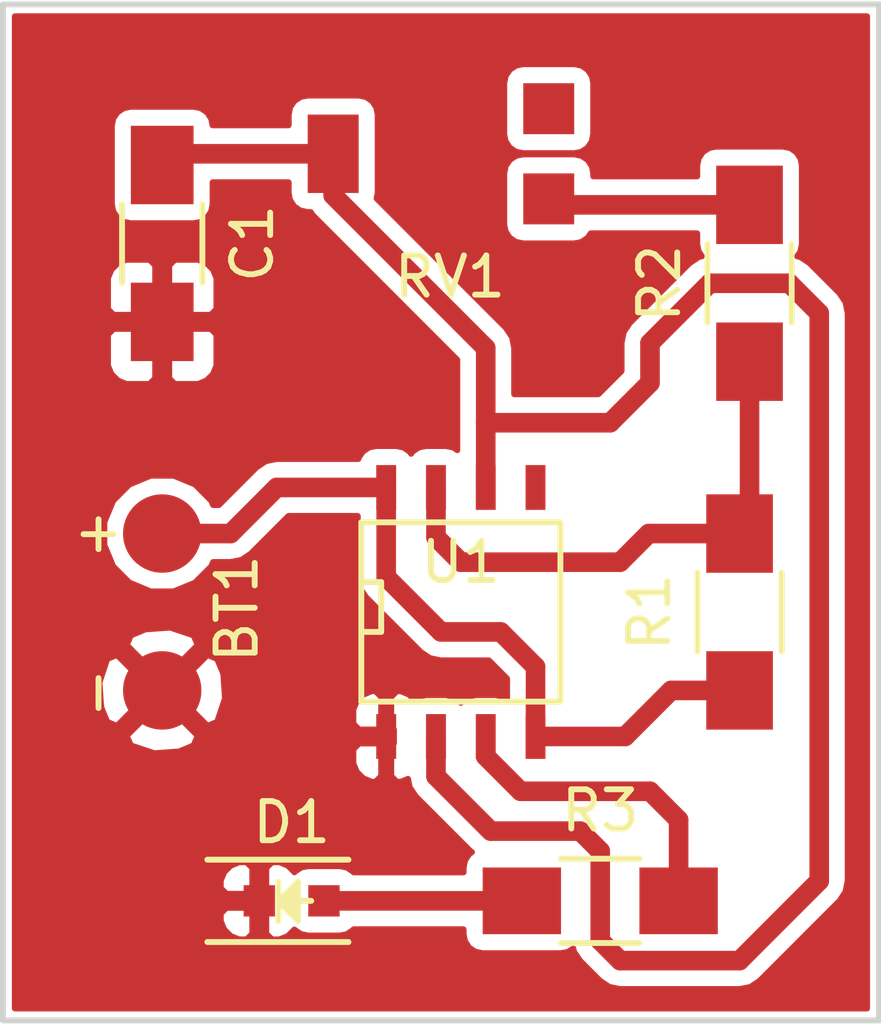
<source format=kicad_pcb>
(kicad_pcb (version 4) (host pcbnew 4.0.5+dfsg1-4)

  (general
    (links 14)
    (no_connects 0)
    (area 151.816999 92.634999 174.319001 118.693001)
    (thickness 1.6)
    (drawings 4)
    (tracks 51)
    (zones 0)
    (modules 8)
    (nets 10)
  )

  (page A4)
  (layers
    (0 F.Cu signal)
    (31 B.Cu signal)
    (32 B.Adhes user)
    (33 F.Adhes user)
    (34 B.Paste user)
    (35 F.Paste user)
    (36 B.SilkS user)
    (37 F.SilkS user)
    (38 B.Mask user)
    (39 F.Mask user)
    (40 Dwgs.User user)
    (41 Cmts.User user)
    (42 Eco1.User user)
    (43 Eco2.User user)
    (44 Edge.Cuts user)
    (45 Margin user)
    (46 B.CrtYd user)
    (47 F.CrtYd user)
    (48 B.Fab user)
    (49 F.Fab user)
  )

  (setup
    (last_trace_width 0.5)
    (trace_clearance 0.4)
    (zone_clearance 0.1524)
    (zone_45_only no)
    (trace_min 0.2)
    (segment_width 0.2)
    (edge_width 0.15)
    (via_size 0.6)
    (via_drill 0.4)
    (via_min_size 0.4)
    (via_min_drill 0.3)
    (uvia_size 0.3)
    (uvia_drill 0.1)
    (uvias_allowed no)
    (uvia_min_size 0.2)
    (uvia_min_drill 0.1)
    (pcb_text_width 0.3)
    (pcb_text_size 1.5 1.5)
    (mod_edge_width 0.15)
    (mod_text_size 1 1)
    (mod_text_width 0.15)
    (pad_size 1.524 1.524)
    (pad_drill 0.762)
    (pad_to_mask_clearance 0.2)
    (aux_axis_origin 0 0)
    (visible_elements FFFFFF7F)
    (pcbplotparams
      (layerselection 0x00030_80000001)
      (usegerberextensions false)
      (excludeedgelayer true)
      (linewidth 0.100000)
      (plotframeref false)
      (viasonmask false)
      (mode 1)
      (useauxorigin false)
      (hpglpennumber 1)
      (hpglpenspeed 20)
      (hpglpendiameter 15)
      (hpglpenoverlay 2)
      (psnegative false)
      (psa4output false)
      (plotreference true)
      (plotvalue true)
      (plotinvisibletext false)
      (padsonsilk false)
      (subtractmaskfromsilk false)
      (outputformat 1)
      (mirror false)
      (drillshape 1)
      (scaleselection 1)
      (outputdirectory ""))
  )

  (net 0 "")
  (net 1 VCC)
  (net 2 GND)
  (net 3 "Net-(C1-Pad1)")
  (net 4 "Net-(D1-Pad2)")
  (net 5 "Net-(R1-Pad2)")
  (net 6 "Net-(R2-Pad2)")
  (net 7 "Net-(R3-Pad2)")
  (net 8 "Net-(U1-Pad5)")
  (net 9 "Net-(RV1-Pad3)")

  (net_class Default "This is the default net class."
    (clearance 0.4)
    (trace_width 0.5)
    (via_dia 0.6)
    (via_drill 0.4)
    (uvia_dia 0.3)
    (uvia_drill 0.1)
    (add_net GND)
    (add_net "Net-(C1-Pad1)")
    (add_net "Net-(D1-Pad2)")
    (add_net "Net-(R1-Pad2)")
    (add_net "Net-(R2-Pad2)")
    (add_net "Net-(R3-Pad2)")
    (add_net "Net-(RV1-Pad3)")
    (add_net "Net-(U1-Pad5)")
    (add_net VCC)
  )

  (module footprints:battery_connect (layer F.Cu) (tedit 594AD10D) (tstamp 594AD6D7)
    (at 155.956 108.204 270)
    (descr BAT)
    (tags BAT)
    (path /594AC5D8/594AD147)
    (fp_text reference BT1 (at -0.08382 -1.905 270) (layer F.SilkS)
      (effects (font (size 1 1) (thickness 0.15)))
    )
    (fp_text value Battery (at 0.1397 2.81686 270) (layer F.Fab)
      (effects (font (size 1 1) (thickness 0.15)))
    )
    (fp_text user - (at 2.06756 1.69926 270) (layer F.SilkS)
      (effects (font (size 1 1) (thickness 0.15)))
    )
    (fp_text user + (at -1.98374 1.69926 270) (layer F.SilkS)
      (effects (font (size 1 1) (thickness 0.15)))
    )
    (pad 1 smd circle (at -2 0 270) (size 2 2) (layers F.Cu F.Paste F.Mask)
      (net 1 VCC))
    (pad 2 smd circle (at 2 0 270) (size 2 2) (layers F.Cu F.Paste F.Mask)
      (net 2 GND))
  )

  (module Capacitors_SMD:C_1206_HandSoldering (layer F.Cu) (tedit 541A9C03) (tstamp 594AD6DD)
    (at 155.956 98.806 270)
    (descr "Capacitor SMD 1206, hand soldering")
    (tags "capacitor 1206")
    (path /594AC5D8/594AC7D4)
    (attr smd)
    (fp_text reference C1 (at 0 -2.3 270) (layer F.SilkS)
      (effects (font (size 1 1) (thickness 0.15)))
    )
    (fp_text value 10µ (at 0 2.3 270) (layer F.Fab)
      (effects (font (size 1 1) (thickness 0.15)))
    )
    (fp_line (start -1.6 0.8) (end -1.6 -0.8) (layer F.Fab) (width 0.15))
    (fp_line (start 1.6 0.8) (end -1.6 0.8) (layer F.Fab) (width 0.15))
    (fp_line (start 1.6 -0.8) (end 1.6 0.8) (layer F.Fab) (width 0.15))
    (fp_line (start -1.6 -0.8) (end 1.6 -0.8) (layer F.Fab) (width 0.15))
    (fp_line (start -3.3 -1.15) (end 3.3 -1.15) (layer F.CrtYd) (width 0.05))
    (fp_line (start -3.3 1.15) (end 3.3 1.15) (layer F.CrtYd) (width 0.05))
    (fp_line (start -3.3 -1.15) (end -3.3 1.15) (layer F.CrtYd) (width 0.05))
    (fp_line (start 3.3 -1.15) (end 3.3 1.15) (layer F.CrtYd) (width 0.05))
    (fp_line (start 1 -1.025) (end -1 -1.025) (layer F.SilkS) (width 0.15))
    (fp_line (start -1 1.025) (end 1 1.025) (layer F.SilkS) (width 0.15))
    (pad 1 smd rect (at -2 0 270) (size 2 1.6) (layers F.Cu F.Paste F.Mask)
      (net 3 "Net-(C1-Pad1)"))
    (pad 2 smd rect (at 2 0 270) (size 2 1.6) (layers F.Cu F.Paste F.Mask)
      (net 2 GND))
    (model Capacitors_SMD.3dshapes/C_1206_HandSoldering.wrl
      (at (xyz 0 0 0))
      (scale (xyz 1 1 1))
      (rotate (xyz 0 0 0))
    )
  )

  (module footprints:LED_1608 (layer F.Cu) (tedit 594ACD45) (tstamp 594AD6FB)
    (at 159.258 115.57)
    (descr "LED 1608 smd package")
    (tags "LED1608 SMD")
    (path /594AC5D8/594ACFEE)
    (attr smd)
    (fp_text reference D1 (at 0 -2) (layer F.SilkS)
      (effects (font (size 1 1) (thickness 0.15)))
    )
    (fp_text value LED (at 0 2) (layer F.Fab)
      (effects (font (size 1 1) (thickness 0.15)))
    )
    (fp_line (start -0.33744 -0.48476) (end -0.33744 0.51524) (layer F.Fab) (width 0.15))
    (fp_line (start -0.33744 0.01524) (end 0.16256 -0.48476) (layer F.Fab) (width 0.15))
    (fp_line (start 0.16256 0.51524) (end -0.33744 0.01524) (layer F.Fab) (width 0.15))
    (fp_line (start 0.16256 -0.48476) (end 0.16256 0.51524) (layer F.Fab) (width 0.15))
    (fp_line (start -1.6 0.8) (end -1.6 -0.8) (layer F.Fab) (width 0.15))
    (fp_line (start 1.6 0.8) (end -1.6 0.8) (layer F.Fab) (width 0.15))
    (fp_line (start 1.6 -0.8) (end 1.6 0.8) (layer F.Fab) (width 0.15))
    (fp_line (start -1.6 -0.8) (end 1.6 -0.8) (layer F.Fab) (width 0.15))
    (fp_line (start -2.15 1.05) (end 1.45 1.05) (layer F.SilkS) (width 0.15))
    (fp_line (start -2.15 -1.05) (end 1.45 -1.05) (layer F.SilkS) (width 0.15))
    (fp_line (start 0.06256 -0.28476) (end 0.06256 0.31524) (layer F.SilkS) (width 0.15))
    (fp_line (start 0.06256 0.31524) (end -0.23744 0.01524) (layer F.SilkS) (width 0.15))
    (fp_line (start -0.23744 0.01524) (end -0.03744 -0.18476) (layer F.SilkS) (width 0.15))
    (fp_line (start -0.03744 -0.18476) (end -0.03744 0.06524) (layer F.SilkS) (width 0.15))
    (fp_line (start -0.03744 0.06524) (end -0.08744 0.01524) (layer F.SilkS) (width 0.15))
    (fp_line (start -0.33744 -0.48476) (end -0.33744 0.51524) (layer F.SilkS) (width 0.15))
    (fp_line (start 0 0) (end 0.5 0) (layer F.SilkS) (width 0.15))
    (fp_line (start -0.33744 0.01524) (end 0.16256 -0.48476) (layer F.SilkS) (width 0.15))
    (fp_line (start 0.16256 -0.48476) (end 0.16256 0.51524) (layer F.SilkS) (width 0.15))
    (fp_line (start 0.16256 0.51524) (end -0.33744 0.01524) (layer F.SilkS) (width 0.15))
    (fp_line (start 2.5 -1.25) (end -2.5 -1.25) (layer F.CrtYd) (width 0.05))
    (fp_line (start -2.5 -1.25) (end -2.5 1.25) (layer F.CrtYd) (width 0.05))
    (fp_line (start -2.5 1.25) (end 2.5 1.25) (layer F.CrtYd) (width 0.05))
    (fp_line (start 2.5 1.25) (end 2.5 -1.25) (layer F.CrtYd) (width 0.05))
    (pad 2 smd rect (at 0.825 0 180) (size 0.8 0.8) (layers F.Cu F.Paste F.Mask)
      (net 4 "Net-(D1-Pad2)"))
    (pad 1 smd rect (at -0.825 0 180) (size 0.8 0.8) (layers F.Cu F.Paste F.Mask)
      (net 2 GND))
    (model LEDs.3dshapes/LED_1206.wrl
      (at (xyz 0 0 0))
      (scale (xyz 1 1 1))
      (rotate (xyz 0 0 180))
    )
  )

  (module Resistors_SMD:R_1206_HandSoldering (layer F.Cu) (tedit 58307C0D) (tstamp 594AD701)
    (at 170.688 108.204 90)
    (descr "Resistor SMD 1206, hand soldering")
    (tags "resistor 1206")
    (path /594AC5D8/594ACBD7)
    (attr smd)
    (fp_text reference R1 (at 0 -2.3 90) (layer F.SilkS)
      (effects (font (size 1 1) (thickness 0.15)))
    )
    (fp_text value 1k (at 0 2.3 90) (layer F.Fab)
      (effects (font (size 1 1) (thickness 0.15)))
    )
    (fp_line (start -1.6 0.8) (end -1.6 -0.8) (layer F.Fab) (width 0.1))
    (fp_line (start 1.6 0.8) (end -1.6 0.8) (layer F.Fab) (width 0.1))
    (fp_line (start 1.6 -0.8) (end 1.6 0.8) (layer F.Fab) (width 0.1))
    (fp_line (start -1.6 -0.8) (end 1.6 -0.8) (layer F.Fab) (width 0.1))
    (fp_line (start -3.3 -1.2) (end 3.3 -1.2) (layer F.CrtYd) (width 0.05))
    (fp_line (start -3.3 1.2) (end 3.3 1.2) (layer F.CrtYd) (width 0.05))
    (fp_line (start -3.3 -1.2) (end -3.3 1.2) (layer F.CrtYd) (width 0.05))
    (fp_line (start 3.3 -1.2) (end 3.3 1.2) (layer F.CrtYd) (width 0.05))
    (fp_line (start 1 1.075) (end -1 1.075) (layer F.SilkS) (width 0.15))
    (fp_line (start -1 -1.075) (end 1 -1.075) (layer F.SilkS) (width 0.15))
    (pad 1 smd rect (at -2 0 90) (size 2 1.7) (layers F.Cu F.Paste F.Mask)
      (net 1 VCC))
    (pad 2 smd rect (at 2 0 90) (size 2 1.7) (layers F.Cu F.Paste F.Mask)
      (net 5 "Net-(R1-Pad2)"))
    (model Resistors_SMD.3dshapes/R_1206_HandSoldering.wrl
      (at (xyz 0 0 0))
      (scale (xyz 1 1 1))
      (rotate (xyz 0 0 0))
    )
  )

  (module Resistors_SMD:R_1206_HandSoldering (layer F.Cu) (tedit 58307C0D) (tstamp 594AD707)
    (at 170.942 99.822 90)
    (descr "Resistor SMD 1206, hand soldering")
    (tags "resistor 1206")
    (path /594AC5D8/594AC5F7)
    (attr smd)
    (fp_text reference R2 (at 0 -2.3 90) (layer F.SilkS)
      (effects (font (size 1 1) (thickness 0.15)))
    )
    (fp_text value 10k (at 0 2.3 90) (layer F.Fab)
      (effects (font (size 1 1) (thickness 0.15)))
    )
    (fp_line (start -1.6 0.8) (end -1.6 -0.8) (layer F.Fab) (width 0.1))
    (fp_line (start 1.6 0.8) (end -1.6 0.8) (layer F.Fab) (width 0.1))
    (fp_line (start 1.6 -0.8) (end 1.6 0.8) (layer F.Fab) (width 0.1))
    (fp_line (start -1.6 -0.8) (end 1.6 -0.8) (layer F.Fab) (width 0.1))
    (fp_line (start -3.3 -1.2) (end 3.3 -1.2) (layer F.CrtYd) (width 0.05))
    (fp_line (start -3.3 1.2) (end 3.3 1.2) (layer F.CrtYd) (width 0.05))
    (fp_line (start -3.3 -1.2) (end -3.3 1.2) (layer F.CrtYd) (width 0.05))
    (fp_line (start 3.3 -1.2) (end 3.3 1.2) (layer F.CrtYd) (width 0.05))
    (fp_line (start 1 1.075) (end -1 1.075) (layer F.SilkS) (width 0.15))
    (fp_line (start -1 -1.075) (end 1 -1.075) (layer F.SilkS) (width 0.15))
    (pad 1 smd rect (at -2 0 90) (size 2 1.7) (layers F.Cu F.Paste F.Mask)
      (net 5 "Net-(R1-Pad2)"))
    (pad 2 smd rect (at 2 0 90) (size 2 1.7) (layers F.Cu F.Paste F.Mask)
      (net 6 "Net-(R2-Pad2)"))
    (model Resistors_SMD.3dshapes/R_1206_HandSoldering.wrl
      (at (xyz 0 0 0))
      (scale (xyz 1 1 1))
      (rotate (xyz 0 0 0))
    )
  )

  (module Resistors_SMD:R_1206_HandSoldering (layer F.Cu) (tedit 58307C0D) (tstamp 594AD70D)
    (at 167.132 115.57)
    (descr "Resistor SMD 1206, hand soldering")
    (tags "resistor 1206")
    (path /594AC5D8/594ACF79)
    (attr smd)
    (fp_text reference R3 (at 0 -2.3) (layer F.SilkS)
      (effects (font (size 1 1) (thickness 0.15)))
    )
    (fp_text value 200 (at 0 2.3) (layer F.Fab)
      (effects (font (size 1 1) (thickness 0.15)))
    )
    (fp_line (start -1.6 0.8) (end -1.6 -0.8) (layer F.Fab) (width 0.1))
    (fp_line (start 1.6 0.8) (end -1.6 0.8) (layer F.Fab) (width 0.1))
    (fp_line (start 1.6 -0.8) (end 1.6 0.8) (layer F.Fab) (width 0.1))
    (fp_line (start -1.6 -0.8) (end 1.6 -0.8) (layer F.Fab) (width 0.1))
    (fp_line (start -3.3 -1.2) (end 3.3 -1.2) (layer F.CrtYd) (width 0.05))
    (fp_line (start -3.3 1.2) (end 3.3 1.2) (layer F.CrtYd) (width 0.05))
    (fp_line (start -3.3 -1.2) (end -3.3 1.2) (layer F.CrtYd) (width 0.05))
    (fp_line (start 3.3 -1.2) (end 3.3 1.2) (layer F.CrtYd) (width 0.05))
    (fp_line (start 1 1.075) (end -1 1.075) (layer F.SilkS) (width 0.15))
    (fp_line (start -1 -1.075) (end 1 -1.075) (layer F.SilkS) (width 0.15))
    (pad 1 smd rect (at -2 0) (size 2 1.7) (layers F.Cu F.Paste F.Mask)
      (net 4 "Net-(D1-Pad2)"))
    (pad 2 smd rect (at 2 0) (size 2 1.7) (layers F.Cu F.Paste F.Mask)
      (net 7 "Net-(R3-Pad2)"))
    (model Resistors_SMD.3dshapes/R_1206_HandSoldering.wrl
      (at (xyz 0 0 0))
      (scale (xyz 1 1 1))
      (rotate (xyz 0 0 0))
    )
  )

  (module footprints:Bourne-3314G-1 (layer F.Cu) (tedit 594AD5F2) (tstamp 594AD714)
    (at 163.068 96.52 270)
    (descr "Bourne 3314G-1 potentiometer")
    (tags 3314G-1)
    (path /594AC5D8/594AC6D5)
    (fp_text reference RV1 (at 3.1369 -0.2286 360) (layer F.SilkS)
      (effects (font (size 1 1) (thickness 0.15)))
    )
    (fp_text value 250k (at -3.0734 -0.1905 360) (layer F.Fab)
      (effects (font (size 1 1) (thickness 0.15)))
    )
    (pad 1 smd rect (at 1.15 -2.75 270) (size 1.3 1.3) (layers F.Cu F.Paste F.Mask)
      (net 6 "Net-(R2-Pad2)"))
    (pad 2 smd rect (at 0 2.75 270) (size 2 1.3) (layers F.Cu F.Paste F.Mask)
      (net 3 "Net-(C1-Pad1)"))
    (pad 3 smd rect (at -1.15 -2.75 270) (size 1.3 1.3) (layers F.Cu F.Paste F.Mask)
      (net 9 "Net-(RV1-Pad3)"))
  )

  (module SMD_Packages:SOIC-8-N (layer F.Cu) (tedit 0) (tstamp 594AD720)
    (at 163.576 108.204)
    (descr "Module Narrow CMS SOJ 8 pins large")
    (tags "CMS SOJ")
    (path /594AC5D8/594AC984)
    (attr smd)
    (fp_text reference U1 (at 0 -1.27) (layer F.SilkS)
      (effects (font (size 1 1) (thickness 0.15)))
    )
    (fp_text value NE555D (at 0 1.27) (layer F.Fab)
      (effects (font (size 1 1) (thickness 0.15)))
    )
    (fp_line (start -2.54 -2.286) (end 2.54 -2.286) (layer F.SilkS) (width 0.15))
    (fp_line (start 2.54 -2.286) (end 2.54 2.286) (layer F.SilkS) (width 0.15))
    (fp_line (start 2.54 2.286) (end -2.54 2.286) (layer F.SilkS) (width 0.15))
    (fp_line (start -2.54 2.286) (end -2.54 -2.286) (layer F.SilkS) (width 0.15))
    (fp_line (start -2.54 -0.762) (end -2.032 -0.762) (layer F.SilkS) (width 0.15))
    (fp_line (start -2.032 -0.762) (end -2.032 0.508) (layer F.SilkS) (width 0.15))
    (fp_line (start -2.032 0.508) (end -2.54 0.508) (layer F.SilkS) (width 0.15))
    (pad 8 smd rect (at -1.905 -3.175) (size 0.508 1.143) (layers F.Cu F.Paste F.Mask)
      (net 1 VCC))
    (pad 7 smd rect (at -0.635 -3.175) (size 0.508 1.143) (layers F.Cu F.Paste F.Mask)
      (net 5 "Net-(R1-Pad2)"))
    (pad 6 smd rect (at 0.635 -3.175) (size 0.508 1.143) (layers F.Cu F.Paste F.Mask)
      (net 3 "Net-(C1-Pad1)"))
    (pad 5 smd rect (at 1.905 -3.175) (size 0.508 1.143) (layers F.Cu F.Paste F.Mask)
      (net 8 "Net-(U1-Pad5)"))
    (pad 4 smd rect (at 1.905 3.175) (size 0.508 1.143) (layers F.Cu F.Paste F.Mask)
      (net 1 VCC))
    (pad 3 smd rect (at 0.635 3.175) (size 0.508 1.143) (layers F.Cu F.Paste F.Mask)
      (net 7 "Net-(R3-Pad2)"))
    (pad 2 smd rect (at -0.635 3.175) (size 0.508 1.143) (layers F.Cu F.Paste F.Mask)
      (net 3 "Net-(C1-Pad1)"))
    (pad 1 smd rect (at -1.905 3.175) (size 0.508 1.143) (layers F.Cu F.Paste F.Mask)
      (net 2 GND))
    (model SMD_Packages.3dshapes/SOIC-8-N.wrl
      (at (xyz 0 0 0))
      (scale (xyz 0.5 0.38 0.5))
      (rotate (xyz 0 0 0))
    )
  )

  (gr_line (start 174.244 118.618) (end 151.892 118.618) (angle 90) (layer Edge.Cuts) (width 0.15))
  (gr_line (start 151.892 118.618) (end 151.892 92.71) (angle 90) (layer Edge.Cuts) (width 0.15))
  (gr_line (start 174.244 92.71) (end 174.244 118.618) (angle 90) (layer Edge.Cuts) (width 0.15))
  (gr_line (start 151.892 92.71) (end 174.244 92.71) (angle 90) (layer Edge.Cuts) (width 0.15))

  (segment (start 170.688 110.204) (end 168.942 110.204) (width 0.5) (layer F.Cu) (net 1))
  (segment (start 167.767 111.379) (end 165.481 111.379) (width 0.5) (layer F.Cu) (net 1) (tstamp 594ADB0F))
  (segment (start 168.942 110.204) (end 167.767 111.379) (width 0.5) (layer F.Cu) (net 1) (tstamp 594ADB0D))
  (segment (start 161.671 105.029) (end 161.671 107.315) (width 0.5) (layer F.Cu) (net 1))
  (segment (start 161.671 107.315) (end 163.068 108.712) (width 0.5) (layer F.Cu) (net 1) (tstamp 594ADA21))
  (segment (start 163.068 108.712) (end 164.592 108.712) (width 0.5) (layer F.Cu) (net 1) (tstamp 594ADA22))
  (segment (start 164.592 108.712) (end 165.481 109.601) (width 0.5) (layer F.Cu) (net 1) (tstamp 594ADA23))
  (segment (start 165.481 109.601) (end 165.481 111.379) (width 0.5) (layer F.Cu) (net 1) (tstamp 594ADA24))
  (segment (start 170.688 110.204) (end 170.212 110.204) (width 0.5) (layer F.Cu) (net 1))
  (segment (start 155.956 106.204) (end 157.702 106.204) (width 0.5) (layer F.Cu) (net 1))
  (segment (start 158.877 105.029) (end 161.671 105.029) (width 0.5) (layer F.Cu) (net 1) (tstamp 594AD9FD))
  (segment (start 157.702 106.204) (end 158.877 105.029) (width 0.5) (layer F.Cu) (net 1) (tstamp 594AD9FC))
  (segment (start 162.941 111.379) (end 162.941 112.395) (width 0.5) (layer F.Cu) (net 3))
  (segment (start 167.386 103.378) (end 164.211 103.378) (width 0.5) (layer F.Cu) (net 3) (tstamp 594AE7CA))
  (segment (start 168.402 102.362) (end 167.386 103.378) (width 0.5) (layer F.Cu) (net 3) (tstamp 594AE7C9))
  (segment (start 168.402 101.346) (end 168.402 102.362) (width 0.5) (layer F.Cu) (net 3) (tstamp 594AE7C7))
  (segment (start 169.926 99.822) (end 168.402 101.346) (width 0.5) (layer F.Cu) (net 3) (tstamp 594AE7C2))
  (segment (start 171.958 99.822) (end 169.926 99.822) (width 0.5) (layer F.Cu) (net 3) (tstamp 594AE7BD))
  (segment (start 172.72 100.584) (end 171.958 99.822) (width 0.5) (layer F.Cu) (net 3) (tstamp 594AE7B5))
  (segment (start 172.72 115.062) (end 172.72 100.584) (width 0.5) (layer F.Cu) (net 3) (tstamp 594AE7A9))
  (segment (start 170.688 117.094) (end 172.72 115.062) (width 0.5) (layer F.Cu) (net 3) (tstamp 594AE7A1))
  (segment (start 167.64 117.094) (end 170.688 117.094) (width 0.5) (layer F.Cu) (net 3) (tstamp 594AE79B))
  (segment (start 167.132 116.586) (end 167.64 117.094) (width 0.5) (layer F.Cu) (net 3) (tstamp 594AE799))
  (segment (start 167.132 114.3) (end 167.132 116.586) (width 0.5) (layer F.Cu) (net 3) (tstamp 594AE795))
  (segment (start 166.624 113.792) (end 167.132 114.3) (width 0.5) (layer F.Cu) (net 3) (tstamp 594AE792))
  (segment (start 164.338 113.792) (end 166.624 113.792) (width 0.5) (layer F.Cu) (net 3) (tstamp 594AE78F))
  (segment (start 162.941 112.395) (end 164.338 113.792) (width 0.5) (layer F.Cu) (net 3) (tstamp 594AE78D))
  (segment (start 164.211 103.378) (end 164.338 103.378) (width 0.5) (layer F.Cu) (net 3) (tstamp 594AE7CC))
  (segment (start 164.338 103.378) (end 164.211 103.378) (width 0.5) (layer F.Cu) (net 3) (tstamp 594AE7CE))
  (segment (start 160.318 96.52) (end 160.318 97.58) (width 0.5) (layer F.Cu) (net 3))
  (segment (start 164.211 101.473) (end 164.211 103.378) (width 0.5) (layer F.Cu) (net 3) (tstamp 594ADA07))
  (segment (start 164.211 103.378) (end 164.211 105.029) (width 0.5) (layer F.Cu) (net 3) (tstamp 594AE7CF))
  (segment (start 160.318 97.58) (end 163.83 101.092) (width 0.5) (layer F.Cu) (net 3) (tstamp 594ADA06))
  (segment (start 163.83 101.092) (end 164.211 101.473) (width 0.5) (layer F.Cu) (net 3) (tstamp 594AE33F))
  (segment (start 160.318 96.52) (end 156.242 96.52) (width 0.5) (layer F.Cu) (net 3))
  (segment (start 156.242 96.52) (end 155.956 96.806) (width 0.5) (layer F.Cu) (net 3) (tstamp 594AD9F8))
  (segment (start 165.132 115.57) (end 160.083 115.57) (width 0.5) (layer F.Cu) (net 4))
  (segment (start 162.941 105.029) (end 162.941 106.299) (width 0.5) (layer F.Cu) (net 5))
  (segment (start 168.37 106.204) (end 170.688 106.204) (width 0.5) (layer F.Cu) (net 5) (tstamp 594ADA1E))
  (segment (start 167.64 106.934) (end 168.37 106.204) (width 0.5) (layer F.Cu) (net 5) (tstamp 594ADA1D))
  (segment (start 163.576 106.934) (end 167.64 106.934) (width 0.5) (layer F.Cu) (net 5) (tstamp 594ADA1C))
  (segment (start 162.941 106.299) (end 163.576 106.934) (width 0.5) (layer F.Cu) (net 5) (tstamp 594ADA1B))
  (segment (start 170.942 101.822) (end 170.942 105.95) (width 0.5) (layer F.Cu) (net 5))
  (segment (start 170.942 105.95) (end 170.688 106.204) (width 0.5) (layer F.Cu) (net 5) (tstamp 594ADA0B))
  (segment (start 170.942 97.822) (end 165.97 97.822) (width 0.5) (layer F.Cu) (net 6))
  (segment (start 165.97 97.822) (end 165.818 97.67) (width 0.5) (layer F.Cu) (net 6) (tstamp 594AD9F5))
  (segment (start 164.211 111.379) (end 164.211 111.887) (width 0.5) (layer F.Cu) (net 7))
  (segment (start 164.211 111.887) (end 165.1 112.776) (width 0.5) (layer F.Cu) (net 7) (tstamp 594AE587))
  (segment (start 165.1 112.776) (end 168.402 112.776) (width 0.5) (layer F.Cu) (net 7) (tstamp 594AE58C))
  (segment (start 168.402 112.776) (end 169.132 113.506) (width 0.5) (layer F.Cu) (net 7) (tstamp 594AE58F))
  (segment (start 169.132 113.506) (end 169.132 115.57) (width 0.5) (layer F.Cu) (net 7) (tstamp 594AE591))

  (zone (net 2) (net_name GND) (layer F.Cu) (tstamp 594ADB9F) (hatch edge 0.508)
    (connect_pads (clearance 0.1524))
    (min_thickness 0.1524)
    (fill yes (arc_segments 16) (thermal_gap 0.508) (thermal_bridge_width 0.508))
    (polygon
      (pts
        (xy 151.892 92.71) (xy 174.244 92.71) (xy 174.244 118.618) (xy 151.892 118.618)
      )
    )
    (filled_polygon
      (pts
        (xy 173.9404 118.3144) (xy 152.1956 118.3144) (xy 152.1956 115.89385) (xy 157.4488 115.89385) (xy 157.4488 116.086204)
        (xy 157.537739 116.300922) (xy 157.702077 116.465261) (xy 157.916795 116.5542) (xy 158.10915 116.5542) (xy 158.2552 116.40815)
        (xy 158.2552 115.7478) (xy 157.59485 115.7478) (xy 157.4488 115.89385) (xy 152.1956 115.89385) (xy 152.1956 115.053796)
        (xy 157.4488 115.053796) (xy 157.4488 115.24615) (xy 157.59485 115.3922) (xy 158.2552 115.3922) (xy 158.2552 114.73185)
        (xy 158.10915 114.5858) (xy 157.916795 114.5858) (xy 157.702077 114.674739) (xy 157.537739 114.839078) (xy 157.4488 115.053796)
        (xy 152.1956 115.053796) (xy 152.1956 111.36096) (xy 155.050488 111.36096) (xy 155.156201 111.607321) (xy 155.754109 111.806569)
        (xy 156.382753 111.761841) (xy 156.52517 111.70285) (xy 160.8328 111.70285) (xy 160.8328 112.066704) (xy 160.921739 112.281422)
        (xy 161.086077 112.445761) (xy 161.300795 112.5347) (xy 161.39795 112.5347) (xy 161.544 112.38865) (xy 161.544 111.5568)
        (xy 160.97885 111.5568) (xy 160.8328 111.70285) (xy 156.52517 111.70285) (xy 156.755799 111.607321) (xy 156.861512 111.36096)
        (xy 155.956 110.455447) (xy 155.050488 111.36096) (xy 152.1956 111.36096) (xy 152.1956 110.002109) (xy 154.353431 110.002109)
        (xy 154.398159 110.630753) (xy 154.552679 111.003799) (xy 154.79904 111.109512) (xy 155.704553 110.204) (xy 156.207447 110.204)
        (xy 157.11296 111.109512) (xy 157.359321 111.003799) (xy 157.46346 110.691296) (xy 160.8328 110.691296) (xy 160.8328 111.05515)
        (xy 160.97885 111.2012) (xy 161.544 111.2012) (xy 161.544 110.36935) (xy 161.39795 110.2233) (xy 161.300795 110.2233)
        (xy 161.086077 110.312239) (xy 160.921739 110.476578) (xy 160.8328 110.691296) (xy 157.46346 110.691296) (xy 157.558569 110.405891)
        (xy 157.513841 109.777247) (xy 157.359321 109.404201) (xy 157.11296 109.298488) (xy 156.207447 110.204) (xy 155.704553 110.204)
        (xy 154.79904 109.298488) (xy 154.552679 109.404201) (xy 154.353431 110.002109) (xy 152.1956 110.002109) (xy 152.1956 109.04704)
        (xy 155.050488 109.04704) (xy 155.956 109.952553) (xy 156.861512 109.04704) (xy 156.755799 108.800679) (xy 156.157891 108.601431)
        (xy 155.529247 108.646159) (xy 155.156201 108.800679) (xy 155.050488 109.04704) (xy 152.1956 109.04704) (xy 152.1956 106.496346)
        (xy 154.479545 106.496346) (xy 154.703809 107.039107) (xy 155.118708 107.454731) (xy 155.661078 107.679943) (xy 156.248346 107.680455)
        (xy 156.791107 107.456191) (xy 157.206731 107.041292) (xy 157.25286 106.9302) (xy 157.702 106.9302) (xy 157.979905 106.874921)
        (xy 158.215501 106.717501) (xy 159.177802 105.7552) (xy 160.9448 105.7552) (xy 160.9448 107.315) (xy 161.000079 107.592905)
        (xy 161.045044 107.6602) (xy 161.157499 107.828501) (xy 162.554499 109.225501) (xy 162.790095 109.382921) (xy 163.068 109.4382)
        (xy 164.291198 109.4382) (xy 164.7548 109.901802) (xy 164.7548 110.429167) (xy 164.653898 110.360224) (xy 164.465 110.321971)
        (xy 163.957 110.321971) (xy 163.780531 110.355176) (xy 163.618455 110.459469) (xy 163.576468 110.520918) (xy 163.543031 110.468955)
        (xy 163.383898 110.360224) (xy 163.195 110.321971) (xy 162.687 110.321971) (xy 162.510531 110.355176) (xy 162.381736 110.438053)
        (xy 162.255923 110.312239) (xy 162.041205 110.2233) (xy 161.94405 110.2233) (xy 161.798 110.36935) (xy 161.798 111.2012)
        (xy 161.8688 111.2012) (xy 161.8688 111.5568) (xy 161.798 111.5568) (xy 161.798 112.38865) (xy 161.94405 112.5347)
        (xy 162.041205 112.5347) (xy 162.227259 112.457634) (xy 162.270079 112.672905) (xy 162.338965 112.776) (xy 162.427499 112.908501)
        (xy 163.824499 114.305501) (xy 163.859944 114.329185) (xy 163.793455 114.371969) (xy 163.684724 114.531102) (xy 163.646471 114.72)
        (xy 163.646471 114.8438) (xy 160.838975 114.8438) (xy 160.831031 114.831455) (xy 160.671898 114.722724) (xy 160.483 114.684471)
        (xy 159.683 114.684471) (xy 159.506531 114.717676) (xy 159.344455 114.821969) (xy 159.329961 114.843182) (xy 159.328261 114.839078)
        (xy 159.163923 114.674739) (xy 158.949205 114.5858) (xy 158.75685 114.5858) (xy 158.6108 114.73185) (xy 158.6108 115.3922)
        (xy 158.6308 115.3922) (xy 158.6308 115.7478) (xy 158.6108 115.7478) (xy 158.6108 116.40815) (xy 158.75685 116.5542)
        (xy 158.949205 116.5542) (xy 159.163923 116.465261) (xy 159.328261 116.300922) (xy 159.328967 116.299218) (xy 159.334969 116.308545)
        (xy 159.494102 116.417276) (xy 159.683 116.455529) (xy 160.483 116.455529) (xy 160.659469 116.422324) (xy 160.821545 116.318031)
        (xy 160.836461 116.2962) (xy 163.646471 116.2962) (xy 163.646471 116.42) (xy 163.679676 116.596469) (xy 163.783969 116.758545)
        (xy 163.943102 116.867276) (xy 164.132 116.905529) (xy 166.132 116.905529) (xy 166.308469 116.872324) (xy 166.445247 116.78431)
        (xy 166.461079 116.863905) (xy 166.614823 117.094) (xy 166.618499 117.099501) (xy 167.126499 117.607501) (xy 167.362095 117.764921)
        (xy 167.64 117.8202) (xy 170.688 117.8202) (xy 170.965905 117.764921) (xy 171.201501 117.607501) (xy 173.233501 115.575501)
        (xy 173.237177 115.57) (xy 173.390921 115.339905) (xy 173.4462 115.062) (xy 173.4462 100.584) (xy 173.390921 100.306095)
        (xy 173.233501 100.070499) (xy 172.471501 99.308499) (xy 172.420354 99.274324) (xy 172.235905 99.151079) (xy 172.154551 99.134897)
        (xy 172.239276 99.010898) (xy 172.277529 98.822) (xy 172.277529 96.822) (xy 172.244324 96.645531) (xy 172.140031 96.483455)
        (xy 171.980898 96.374724) (xy 171.792 96.336471) (xy 170.092 96.336471) (xy 169.915531 96.369676) (xy 169.753455 96.473969)
        (xy 169.644724 96.633102) (xy 169.606471 96.822) (xy 169.606471 97.0958) (xy 166.953529 97.0958) (xy 166.953529 97.02)
        (xy 166.920324 96.843531) (xy 166.816031 96.681455) (xy 166.656898 96.572724) (xy 166.468 96.534471) (xy 165.168 96.534471)
        (xy 164.991531 96.567676) (xy 164.829455 96.671969) (xy 164.720724 96.831102) (xy 164.682471 97.02) (xy 164.682471 98.32)
        (xy 164.715676 98.496469) (xy 164.819969 98.658545) (xy 164.979102 98.767276) (xy 165.168 98.805529) (xy 166.468 98.805529)
        (xy 166.644469 98.772324) (xy 166.806545 98.668031) (xy 166.888422 98.5482) (xy 169.606471 98.5482) (xy 169.606471 98.822)
        (xy 169.639676 98.998469) (xy 169.72769 99.135247) (xy 169.648095 99.151079) (xy 169.412499 99.308499) (xy 167.888499 100.832499)
        (xy 167.731079 101.068095) (xy 167.6758 101.346) (xy 167.6758 102.061198) (xy 167.085198 102.6518) (xy 164.9372 102.6518)
        (xy 164.9372 101.473) (xy 164.881921 101.195095) (xy 164.724501 100.959499) (xy 161.425148 97.660146) (xy 161.453529 97.52)
        (xy 161.453529 95.52) (xy 161.420324 95.343531) (xy 161.316031 95.181455) (xy 161.156898 95.072724) (xy 160.968 95.034471)
        (xy 159.668 95.034471) (xy 159.491531 95.067676) (xy 159.329455 95.171969) (xy 159.220724 95.331102) (xy 159.182471 95.52)
        (xy 159.182471 95.7938) (xy 157.239233 95.7938) (xy 157.208324 95.629531) (xy 157.104031 95.467455) (xy 156.944898 95.358724)
        (xy 156.756 95.320471) (xy 155.156 95.320471) (xy 154.979531 95.353676) (xy 154.817455 95.457969) (xy 154.708724 95.617102)
        (xy 154.670471 95.806) (xy 154.670471 97.806) (xy 154.703676 97.982469) (xy 154.807969 98.144545) (xy 154.967102 98.253276)
        (xy 155.156 98.291529) (xy 156.756 98.291529) (xy 156.932469 98.258324) (xy 157.094545 98.154031) (xy 157.203276 97.994898)
        (xy 157.241529 97.806) (xy 157.241529 97.2462) (xy 159.182471 97.2462) (xy 159.182471 97.52) (xy 159.215676 97.696469)
        (xy 159.319969 97.858545) (xy 159.479102 97.967276) (xy 159.668 98.005529) (xy 159.745718 98.005529) (xy 159.804499 98.093501)
        (xy 163.4848 101.773802) (xy 163.4848 104.079167) (xy 163.383898 104.010224) (xy 163.195 103.971971) (xy 162.687 103.971971)
        (xy 162.510531 104.005176) (xy 162.348455 104.109469) (xy 162.306468 104.170918) (xy 162.273031 104.118955) (xy 162.113898 104.010224)
        (xy 161.925 103.971971) (xy 161.417 103.971971) (xy 161.240531 104.005176) (xy 161.078455 104.109469) (xy 160.969724 104.268602)
        (xy 160.962799 104.3028) (xy 158.877 104.3028) (xy 158.599095 104.358079) (xy 158.450301 104.4575) (xy 158.363499 104.515499)
        (xy 157.401198 105.4778) (xy 157.25319 105.4778) (xy 157.208191 105.368893) (xy 156.793292 104.953269) (xy 156.250922 104.728057)
        (xy 155.663654 104.727545) (xy 155.120893 104.951809) (xy 154.705269 105.366708) (xy 154.480057 105.909078) (xy 154.479545 106.496346)
        (xy 152.1956 106.496346) (xy 152.1956 101.12985) (xy 154.5718 101.12985) (xy 154.5718 101.922205) (xy 154.660739 102.136923)
        (xy 154.825078 102.301261) (xy 155.039796 102.3902) (xy 155.63215 102.3902) (xy 155.7782 102.24415) (xy 155.7782 100.9838)
        (xy 156.1338 100.9838) (xy 156.1338 102.24415) (xy 156.27985 102.3902) (xy 156.872204 102.3902) (xy 157.086922 102.301261)
        (xy 157.251261 102.136923) (xy 157.3402 101.922205) (xy 157.3402 101.12985) (xy 157.19415 100.9838) (xy 156.1338 100.9838)
        (xy 155.7782 100.9838) (xy 154.71785 100.9838) (xy 154.5718 101.12985) (xy 152.1956 101.12985) (xy 152.1956 99.689795)
        (xy 154.5718 99.689795) (xy 154.5718 100.48215) (xy 154.71785 100.6282) (xy 155.7782 100.6282) (xy 155.7782 99.36785)
        (xy 156.1338 99.36785) (xy 156.1338 100.6282) (xy 157.19415 100.6282) (xy 157.3402 100.48215) (xy 157.3402 99.689795)
        (xy 157.251261 99.475077) (xy 157.086922 99.310739) (xy 156.872204 99.2218) (xy 156.27985 99.2218) (xy 156.1338 99.36785)
        (xy 155.7782 99.36785) (xy 155.63215 99.2218) (xy 155.039796 99.2218) (xy 154.825078 99.310739) (xy 154.660739 99.475077)
        (xy 154.5718 99.689795) (xy 152.1956 99.689795) (xy 152.1956 94.72) (xy 164.682471 94.72) (xy 164.682471 96.02)
        (xy 164.715676 96.196469) (xy 164.819969 96.358545) (xy 164.979102 96.467276) (xy 165.168 96.505529) (xy 166.468 96.505529)
        (xy 166.644469 96.472324) (xy 166.806545 96.368031) (xy 166.915276 96.208898) (xy 166.953529 96.02) (xy 166.953529 94.72)
        (xy 166.920324 94.543531) (xy 166.816031 94.381455) (xy 166.656898 94.272724) (xy 166.468 94.234471) (xy 165.168 94.234471)
        (xy 164.991531 94.267676) (xy 164.829455 94.371969) (xy 164.720724 94.531102) (xy 164.682471 94.72) (xy 152.1956 94.72)
        (xy 152.1956 93.0136) (xy 173.9404 93.0136)
      )
    )
  )
)

</source>
